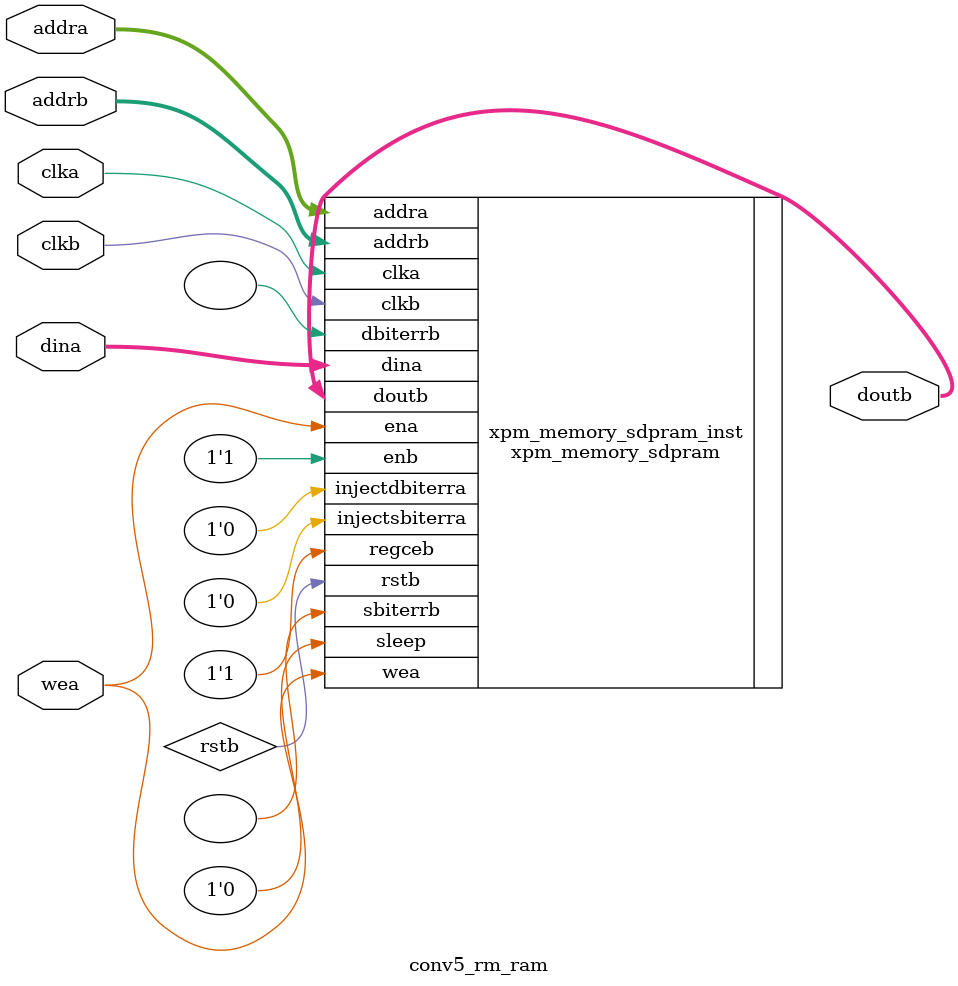
<source format=v>
module conv5_rm_ram(clka, wea, addra, dina, clkb, addrb, doutb);
  input clka;
  input [0:0]wea;
  input [11:0]addra;
  input [63:0]dina;
  input clkb;
  input [11:0]addrb;
  output [63:0]doutb;

   // xpm_memory_sdpram: Simple Dual Port RAM
   // Xilinx Parameterized Macro, version 2020.2

   xpm_memory_sdpram #(
      .ADDR_WIDTH_A(12),               // DECIMAL
      .ADDR_WIDTH_B(12),               // DECIMAL
      .AUTO_SLEEP_TIME(0),            // DECIMAL
      .BYTE_WRITE_WIDTH_A(64),        // DECIMAL
      .CASCADE_HEIGHT(0),             // DECIMAL
      .CLOCKING_MODE("common_clock"), // String
      .ECC_MODE("no_ecc"),            // String
      .MEMORY_INIT_FILE("none"),      // String
      .MEMORY_INIT_PARAM("0"),        // String
      .MEMORY_OPTIMIZATION("true"),   // String
      .MEMORY_PRIMITIVE("ultra"),      // String
      .MEMORY_SIZE(159744),             // DECIMAL
      .MESSAGE_CONTROL(0),            // DECIMAL
      .READ_DATA_WIDTH_B(64),         // DECIMAL
      .READ_LATENCY_B(2),             // DECIMAL
      .READ_RESET_VALUE_B("0"),       // String
      .RST_MODE_A("SYNC"),            // String
      .RST_MODE_B("SYNC"),            // String
      .SIM_ASSERT_CHK(0),             // DECIMAL; 0=disable simulation messages, 1=enable simulation messages
      .USE_EMBEDDED_CONSTRAINT(0),    // DECIMAL
      .USE_MEM_INIT(0),               // DECIMAL
      .WAKEUP_TIME("disable_sleep"),  // String
      .WRITE_DATA_WIDTH_A(64),        // DECIMAL
      .WRITE_MODE_B("read_first")      // String
   )
   xpm_memory_sdpram_inst (
      .dbiterrb(),             // 1-bit output: Status signal to indicate double bit error occurrence
                                       // on the data output of port B.

      .doutb(doutb),                   // READ_DATA_WIDTH_B-bit output: Data output for port B read operations.
      .sbiterrb(),             // 1-bit output: Status signal to indicate single bit error occurrence
                                       // on the data output of port B.

      .addra(addra),                   // ADDR_WIDTH_A-bit input: Address for port A write operations.
      .addrb(addrb),                   // ADDR_WIDTH_B-bit input: Address for port B read operations.
      .clka(clka),                     // 1-bit input: Clock signal for port A. Also clocks port B when
                                       // parameter CLOCKING_MODE is "common_clock".

      .clkb(clkb),                     // 1-bit input: Clock signal for port B when parameter CLOCKING_MODE is
                                       // "independent_clock". Unused when parameter CLOCKING_MODE is
                                       // "common_clock".

      .dina(dina),                     // WRITE_DATA_WIDTH_A-bit input: Data input for port A write operations.
      .ena(wea),                       // 1-bit input: Memory enable signal for port A. Must be high on clock
                                       // cycles when write operations are initiated. Pipelined internally.

      .enb(1'b1),                       // 1-bit input: Memory enable signal for port B. Must be high on clock
                                       // cycles when read operations are initiated. Pipelined internally.

      .injectdbiterra(1'b0), // 1-bit input: Controls double bit error injection on input data when
                                       // ECC enabled (Error injection capability is not available in
                                       // "decode_only" mode).

      .injectsbiterra(1'b0), // 1-bit input: Controls single bit error injection on input data when
                                       // ECC enabled (Error injection capability is not available in
                                       // "decode_only" mode).

      .regceb(1'b1),                 // 1-bit input: Clock Enable for the last register stage on the output
                                       // data path.

      .rstb(rstb),                     // 1-bit input: Reset signal for the final port B output register stage.
                                       // Synchronously resets output port doutb to the value specified by
                                       // parameter READ_RESET_VALUE_B.

      .sleep(1'b0),                   // 1-bit input: sleep signal to enable the dynamic power saving feature.
      .wea(wea)                        // WRITE_DATA_WIDTH_A/BYTE_WRITE_WIDTH_A-bit input: Write enable vector
                                       // for port A input data port dina. 1 bit wide when word-wide writes are
                                       // used. In byte-wide write configurations, each bit controls the
                                       // writing one byte of dina to address addra. For example, to
                                       // synchronously write only bits [15-8] of dina when WRITE_DATA_WIDTH_A
                                       // is 32, wea would be 4'b0010.

   );

   // End of xpm_memory_sdpram_inst instantiation


endmodule

</source>
